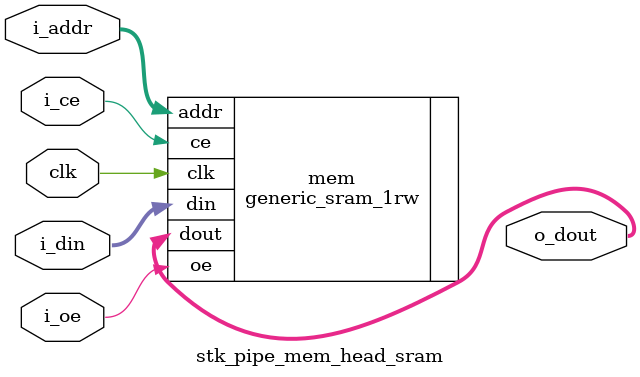
<source format=sv>

module stk_pipe_mem_head_sram (
// -------------------------------------------------------------------------- //
//
  input wire logic [9:0]                             i_addr
, input wire logic [9:0]                             i_din
, input wire logic                                   i_ce
, input wire logic                                   i_oe
//
, output wire logic [9:0]                            o_dout

// -------------------------------------------------------------------------- //
//
, input wire logic                                   clk
);

// -------------------------------------------------------------------------- //
//
generic_sram_1rw #(.W(10), .N(1024)) mem (
//
  .addr                       (i_addr)
, .din                        (i_din)
, .ce                         (i_ce)
, .oe                         (i_oe)
, .dout                       (o_dout)
//
, .clk                        (clk)
);

endmodule : stk_pipe_mem_head_sram

</source>
